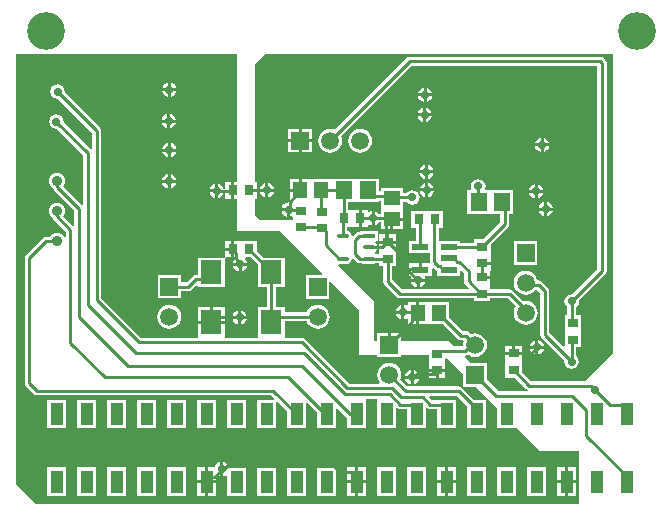
<source format=gbl>
G04*
G04 #@! TF.GenerationSoftware,Altium Limited,Altium Designer,19.0.10 (269)*
G04*
G04 Layer_Physical_Order=2*
G04 Layer_Color=16711680*
%FSLAX25Y25*%
%MOIN*%
G70*
G01*
G75*
%ADD10C,0.01000*%
%ADD15R,0.03150X0.03543*%
%ADD16R,0.03543X0.03150*%
%ADD17R,0.04724X0.05512*%
%ADD19R,0.05512X0.05906*%
%ADD37C,0.05906*%
%ADD38R,0.05906X0.05906*%
%ADD39R,0.05906X0.05906*%
%ADD40C,0.12598*%
%ADD41C,0.02800*%
%ADD42C,0.03500*%
%ADD43R,0.03937X0.01575*%
%ADD44O,0.03937X0.01575*%
%ADD45R,0.05800X0.02200*%
%ADD46R,0.07087X0.07874*%
%ADD47R,0.05512X0.04724*%
%ADD48R,0.04016X0.07480*%
G36*
X423370Y272150D02*
X414169Y262949D01*
X396052D01*
X392952Y266049D01*
Y269095D01*
X392952Y269233D01*
Y269595D01*
X392952Y269733D01*
Y271670D01*
X390180D01*
X387408D01*
Y269733D01*
X387408Y269595D01*
Y269233D01*
X387408Y269095D01*
Y264083D01*
X390592D01*
X394337Y260339D01*
X394798Y260030D01*
X394803Y259994D01*
X394506Y259530D01*
X385400D01*
X381213Y263717D01*
Y268843D01*
X376087D01*
X373881Y271049D01*
X373996Y271328D01*
X374119Y271518D01*
X374669Y271628D01*
X374855Y271753D01*
X375267Y271437D01*
X376228Y271039D01*
X377260Y270903D01*
X378292Y271039D01*
X379253Y271437D01*
X380079Y272071D01*
X380713Y272897D01*
X381111Y273858D01*
X381247Y274890D01*
X381111Y275922D01*
X380713Y276883D01*
X380079Y277709D01*
X379253Y278343D01*
X378292Y278741D01*
X377260Y278877D01*
X376228Y278741D01*
X375764Y278549D01*
X375193Y279120D01*
X374697Y279451D01*
X374111Y279568D01*
X373125D01*
X368625Y284067D01*
Y289416D01*
X362039D01*
X361901Y289416D01*
X361539D01*
X361401Y289416D01*
X358677D01*
Y285660D01*
Y281904D01*
X361401D01*
X361539Y281904D01*
X361901D01*
X362039Y281904D01*
X366463D01*
X371410Y276957D01*
X371906Y276626D01*
X372491Y276509D01*
X373111D01*
X373445Y276009D01*
X373409Y275922D01*
X373273Y274890D01*
X372993Y274570D01*
X370360D01*
X368610Y276320D01*
X352623D01*
Y278963D01*
X349170D01*
Y275010D01*
X348170D01*
Y278963D01*
X344717D01*
Y276320D01*
X343670D01*
Y289450D01*
X331651Y301468D01*
X331898Y301929D01*
X331958Y301917D01*
X334320D01*
X335017Y302056D01*
X335608Y302451D01*
X336003Y303042D01*
X336109Y303571D01*
X336564Y303765D01*
X336619Y303768D01*
X337729Y302658D01*
X338225Y302327D01*
X338810Y302210D01*
X339690D01*
X339921Y302056D01*
X340619Y301917D01*
X342981D01*
X343678Y302056D01*
X343910Y302210D01*
X345413D01*
Y301165D01*
X346655D01*
Y296006D01*
X346771Y295421D01*
X347103Y294924D01*
X351099Y290929D01*
X351595Y290597D01*
X352180Y290481D01*
X376818D01*
Y289435D01*
X382362D01*
Y290481D01*
X388166D01*
X390809Y287838D01*
X390667Y287653D01*
X390269Y286692D01*
X390133Y285660D01*
X390269Y284628D01*
X390667Y283667D01*
X391301Y282841D01*
X392127Y282207D01*
X393088Y281809D01*
X394120Y281673D01*
X395152Y281809D01*
X396113Y282207D01*
X396939Y282841D01*
X397573Y283667D01*
X397971Y284628D01*
X398107Y285660D01*
X397971Y286692D01*
X397573Y287653D01*
X396939Y288479D01*
X396113Y289113D01*
X395152Y289511D01*
X394120Y289647D01*
X393418Y289555D01*
X389881Y293091D01*
X389385Y293423D01*
X388800Y293539D01*
X382362D01*
Y294447D01*
X382362Y294585D01*
X382362D01*
Y294947D01*
X382362D01*
Y297022D01*
X379590D01*
Y298022D01*
X382362D01*
Y299659D01*
X382422D01*
Y301734D01*
X379650D01*
Y302734D01*
X382422D01*
Y304809D01*
X382422D01*
Y305171D01*
X382422D01*
Y308355D01*
X388191Y314124D01*
X388523Y314621D01*
X388639Y315206D01*
Y318527D01*
X390053D01*
Y326433D01*
X382679D01*
X382541Y326433D01*
X382179D01*
X382041Y326433D01*
X380813D01*
X380609Y326815D01*
X380598Y326933D01*
X380777Y327830D01*
X380591Y328766D01*
X380060Y329560D01*
X379266Y330091D01*
X378330Y330277D01*
X377394Y330091D01*
X376600Y329560D01*
X376069Y328766D01*
X375883Y327830D01*
X376062Y326933D01*
X376051Y326815D01*
X375847Y326433D01*
X374667D01*
Y318527D01*
X382041D01*
X382179Y318527D01*
X382541D01*
X382679Y318527D01*
X385581D01*
Y315839D01*
X380062Y310321D01*
X376878D01*
Y309069D01*
X372340D01*
Y309640D01*
X365179D01*
Y314008D01*
X366511D01*
Y319552D01*
X361361D01*
Y319552D01*
X360999D01*
Y319552D01*
X355849D01*
Y314008D01*
X357511D01*
Y309640D01*
X355140D01*
Y305440D01*
X362120D01*
Y302469D01*
X361867Y302160D01*
X359540D01*
Y300060D01*
X359040D01*
Y299560D01*
X355140D01*
Y297960D01*
X355825D01*
X356061Y297519D01*
X355999Y297426D01*
X355912Y296990D01*
X360608D01*
X360521Y297426D01*
X360459Y297519D01*
X360695Y297960D01*
X362940D01*
Y300362D01*
X363402Y300554D01*
X363837Y300118D01*
X364333Y299787D01*
X364540Y299746D01*
Y297960D01*
X372340D01*
Y299465D01*
X372802Y299656D01*
X373610Y298848D01*
Y296263D01*
X373727Y295678D01*
X374058Y295182D01*
X375239Y294001D01*
X375048Y293539D01*
X352814D01*
X349714Y296639D01*
Y301165D01*
X350956D01*
Y306177D01*
X350956Y306315D01*
Y306677D01*
X350956Y306815D01*
Y308752D01*
X348184D01*
X345413D01*
Y306815D01*
X345413Y306677D01*
Y306315D01*
X345413Y306177D01*
Y305269D01*
X343910D01*
X343815Y305332D01*
X343792Y305412D01*
Y305808D01*
X343815Y305888D01*
X344270Y306191D01*
X344665Y306783D01*
X344704Y306980D01*
X341800D01*
Y307980D01*
X344704D01*
X344665Y308177D01*
X344270Y308769D01*
X344024Y308933D01*
X344176Y309433D01*
X344769D01*
Y313008D01*
X342235D01*
X342087Y313037D01*
X341940Y313008D01*
X338831D01*
Y312750D01*
X338650D01*
X338065Y312633D01*
X337569Y312302D01*
X336625Y311357D01*
X336082Y311522D01*
X336003Y311918D01*
X335608Y312509D01*
X335017Y312904D01*
X334668Y312973D01*
Y314398D01*
X335961D01*
X336099Y314398D01*
X336461D01*
X336599Y314398D01*
X338536D01*
Y317170D01*
Y319942D01*
X336599D01*
X336461Y319942D01*
X336099D01*
X335961Y319942D01*
X335053D01*
Y322507D01*
X337181D01*
X337319Y322507D01*
X337681D01*
X337819Y322507D01*
X345193D01*
Y323071D01*
X345824D01*
Y320749D01*
X345824Y320611D01*
Y320249D01*
X345824Y320111D01*
Y318732D01*
X345324Y318581D01*
X345010Y319050D01*
X344216Y319581D01*
X343780Y319668D01*
Y317320D01*
Y314972D01*
X344216Y315059D01*
X345010Y315590D01*
X345324Y316059D01*
X345824Y315908D01*
Y313525D01*
X349080D01*
Y316887D01*
X349580D01*
Y317387D01*
X353336D01*
Y320111D01*
X353336Y320249D01*
Y320611D01*
X353336Y320749D01*
Y322601D01*
X354516D01*
X354650Y322400D01*
X355444Y321869D01*
X356380Y321683D01*
X357316Y321869D01*
X358110Y322400D01*
X358641Y323194D01*
X358827Y324130D01*
X358641Y325066D01*
X358110Y325860D01*
X357316Y326391D01*
X356380Y326577D01*
X355444Y326391D01*
X354650Y325860D01*
X354516Y325659D01*
X353336D01*
Y327336D01*
X345824D01*
Y326129D01*
X345193D01*
Y330413D01*
X337819D01*
X337681Y330413D01*
X337319D01*
X337181Y330413D01*
X329827D01*
X329807Y330413D01*
Y330413D01*
X329392Y330256D01*
X329392Y330256D01*
X322806D01*
X322668Y330256D01*
X322306D01*
X322168Y330256D01*
X319443D01*
Y326500D01*
X318943D01*
Y326000D01*
X315581D01*
Y322961D01*
X315168Y322533D01*
X315150Y322537D01*
X314214Y322351D01*
X313420Y321820D01*
X312889Y321026D01*
X312802Y320590D01*
X315150D01*
Y320090D01*
X315650D01*
Y317742D01*
X316086Y317829D01*
X316197Y317903D01*
X316638Y317668D01*
X316638Y316683D01*
X316145Y316520D01*
X305490D01*
X304080Y317930D01*
Y323688D01*
X304641D01*
Y329232D01*
X304080D01*
Y368025D01*
X303960Y368390D01*
X307400Y371830D01*
X423370D01*
Y272150D01*
D02*
G37*
G36*
X298020Y371820D02*
X298020Y329232D01*
X297054D01*
Y326460D01*
Y323688D01*
X298020D01*
Y312990D01*
X312200Y312990D01*
X326405Y298785D01*
X326214Y298323D01*
X320837D01*
Y290417D01*
X328743D01*
Y295794D01*
X329205Y295985D01*
X338460Y286730D01*
Y271600D01*
X344717D01*
Y271057D01*
X352623D01*
Y271600D01*
X361848D01*
Y269529D01*
X361848Y269391D01*
Y269029D01*
X361848Y268891D01*
Y266954D01*
X367392D01*
Y268891D01*
X367392Y269029D01*
Y269391D01*
X367392Y269529D01*
Y270385D01*
X367854Y270576D01*
X373307Y265123D01*
Y260937D01*
X377493D01*
X384752Y253678D01*
Y247100D01*
X390768D01*
Y247100D01*
X391165Y247265D01*
X398760Y239670D01*
X412000D01*
Y222029D01*
X230933D01*
X224259Y228703D01*
Y371820D01*
X298020Y371820D01*
D02*
G37*
%LPC*%
G36*
X361110Y360708D02*
Y358860D01*
X362958D01*
X362871Y359296D01*
X362340Y360090D01*
X361546Y360621D01*
X361110Y360708D01*
D02*
G37*
G36*
X360110D02*
X359674Y360621D01*
X358880Y360090D01*
X358349Y359296D01*
X358262Y358860D01*
X360110D01*
Y360708D01*
D02*
G37*
G36*
X362958Y357860D02*
X361110D01*
Y356012D01*
X361546Y356099D01*
X362340Y356630D01*
X362871Y357424D01*
X362958Y357860D01*
D02*
G37*
G36*
X360110D02*
X358262D01*
X358349Y357424D01*
X358880Y356630D01*
X359674Y356099D01*
X360110Y356012D01*
Y357860D01*
D02*
G37*
G36*
X360940Y353948D02*
Y352100D01*
X362788D01*
X362701Y352536D01*
X362170Y353330D01*
X361376Y353861D01*
X360940Y353948D01*
D02*
G37*
G36*
X359940D02*
X359504Y353861D01*
X358710Y353330D01*
X358179Y352536D01*
X358092Y352100D01*
X359940D01*
Y353948D01*
D02*
G37*
G36*
X362788Y351100D02*
X360940D01*
Y349252D01*
X361376Y349339D01*
X362170Y349870D01*
X362701Y350664D01*
X362788Y351100D01*
D02*
G37*
G36*
X359940D02*
X358092D01*
X358179Y350664D01*
X358710Y349870D01*
X359504Y349339D01*
X359940Y349252D01*
Y351100D01*
D02*
G37*
G36*
X322913Y347003D02*
X319460D01*
Y343550D01*
X322913D01*
Y347003D01*
D02*
G37*
G36*
X318460D02*
X315007D01*
Y343550D01*
X318460D01*
Y347003D01*
D02*
G37*
G36*
X400090Y344038D02*
Y342190D01*
X401938D01*
X401851Y342626D01*
X401320Y343420D01*
X400526Y343951D01*
X400090Y344038D01*
D02*
G37*
G36*
X399090D02*
X398654Y343951D01*
X397860Y343420D01*
X397329Y342626D01*
X397242Y342190D01*
X399090D01*
Y344038D01*
D02*
G37*
G36*
X401938Y341190D02*
X400090D01*
Y339342D01*
X400526Y339429D01*
X401320Y339960D01*
X401851Y340754D01*
X401938Y341190D01*
D02*
G37*
G36*
X399090D02*
X397242D01*
X397329Y340754D01*
X397860Y339960D01*
X398654Y339429D01*
X399090Y339342D01*
Y341190D01*
D02*
G37*
G36*
X322913Y342550D02*
X319460D01*
Y339097D01*
X322913D01*
Y342550D01*
D02*
G37*
G36*
X318460D02*
X315007D01*
Y339097D01*
X318460D01*
Y342550D01*
D02*
G37*
G36*
X338960Y347037D02*
X337928Y346901D01*
X336967Y346503D01*
X336141Y345869D01*
X335507Y345043D01*
X335109Y344082D01*
X334973Y343050D01*
X335109Y342018D01*
X335507Y341057D01*
X336141Y340231D01*
X336967Y339597D01*
X337928Y339199D01*
X338960Y339063D01*
X339992Y339199D01*
X340953Y339597D01*
X341779Y340231D01*
X342413Y341057D01*
X342811Y342018D01*
X342947Y343050D01*
X342811Y344082D01*
X342413Y345043D01*
X341779Y345869D01*
X340953Y346503D01*
X339992Y346901D01*
X338960Y347037D01*
D02*
G37*
G36*
X361560Y335018D02*
Y333170D01*
X363408D01*
X363321Y333606D01*
X362790Y334400D01*
X361996Y334931D01*
X361560Y335018D01*
D02*
G37*
G36*
X360560D02*
X360124Y334931D01*
X359330Y334400D01*
X358799Y333606D01*
X358712Y333170D01*
X360560D01*
Y335018D01*
D02*
G37*
G36*
X363408Y332170D02*
X361560D01*
Y330322D01*
X361996Y330409D01*
X362790Y330940D01*
X363321Y331734D01*
X363408Y332170D01*
D02*
G37*
G36*
X360560D02*
X358712D01*
X358799Y331734D01*
X359330Y330940D01*
X360124Y330409D01*
X360560Y330322D01*
Y332170D01*
D02*
G37*
G36*
X361660Y329028D02*
Y327180D01*
X363508D01*
X363421Y327616D01*
X362890Y328410D01*
X362096Y328941D01*
X361660Y329028D01*
D02*
G37*
G36*
X360660D02*
X360224Y328941D01*
X359430Y328410D01*
X358899Y327616D01*
X358812Y327180D01*
X360660D01*
Y329028D01*
D02*
G37*
G36*
X308410Y328938D02*
Y327090D01*
X310258D01*
X310171Y327526D01*
X309640Y328320D01*
X308846Y328851D01*
X308410Y328938D01*
D02*
G37*
G36*
X307410D02*
X306974Y328851D01*
X306180Y328320D01*
X305649Y327526D01*
X305562Y327090D01*
X307410D01*
Y328938D01*
D02*
G37*
G36*
X318443Y330256D02*
X315581D01*
Y327000D01*
X318443D01*
Y330256D01*
D02*
G37*
G36*
X398130Y328458D02*
Y326610D01*
X399978D01*
X399891Y327046D01*
X399360Y327840D01*
X398566Y328371D01*
X398130Y328458D01*
D02*
G37*
G36*
X397130D02*
X396694Y328371D01*
X395900Y327840D01*
X395369Y327046D01*
X395282Y326610D01*
X397130D01*
Y328458D01*
D02*
G37*
G36*
X363508Y326180D02*
X361660D01*
Y324332D01*
X362096Y324419D01*
X362890Y324950D01*
X363421Y325744D01*
X363508Y326180D01*
D02*
G37*
G36*
X360660D02*
X358812D01*
X358899Y325744D01*
X359430Y324950D01*
X360224Y324419D01*
X360660Y324332D01*
Y326180D01*
D02*
G37*
G36*
X310258Y326090D02*
X308410D01*
Y324242D01*
X308846Y324329D01*
X309640Y324860D01*
X310171Y325654D01*
X310258Y326090D01*
D02*
G37*
G36*
X307410D02*
X305562D01*
X305649Y325654D01*
X306180Y324860D01*
X306974Y324329D01*
X307410Y324242D01*
Y326090D01*
D02*
G37*
G36*
X399978Y325610D02*
X398130D01*
Y323762D01*
X398566Y323849D01*
X399360Y324380D01*
X399891Y325174D01*
X399978Y325610D01*
D02*
G37*
G36*
X397130D02*
X395282D01*
X395369Y325174D01*
X395900Y324380D01*
X396694Y323849D01*
X397130Y323762D01*
Y325610D01*
D02*
G37*
G36*
X401290Y322518D02*
Y320670D01*
X403138D01*
X403051Y321106D01*
X402520Y321900D01*
X401726Y322431D01*
X401290Y322518D01*
D02*
G37*
G36*
X400290D02*
X399854Y322431D01*
X399060Y321900D01*
X398529Y321106D01*
X398442Y320670D01*
X400290D01*
Y322518D01*
D02*
G37*
G36*
X403138Y319670D02*
X401290D01*
Y317822D01*
X401726Y317909D01*
X402520Y318440D01*
X403051Y319234D01*
X403138Y319670D01*
D02*
G37*
G36*
X400290D02*
X398442D01*
X398529Y319234D01*
X399060Y318440D01*
X399854Y317909D01*
X400290Y317822D01*
Y319670D01*
D02*
G37*
G36*
X314650Y319590D02*
X312802D01*
X312889Y319154D01*
X313420Y318360D01*
X314214Y317829D01*
X314650Y317742D01*
Y319590D01*
D02*
G37*
G36*
X339536Y319942D02*
Y317170D01*
Y314398D01*
X341611D01*
Y315019D01*
X342052Y315254D01*
X342344Y315059D01*
X342780Y314972D01*
Y317320D01*
Y319668D01*
X342344Y319581D01*
X342052Y319386D01*
X341611Y319621D01*
Y319942D01*
X339536D01*
D02*
G37*
G36*
X353336Y316387D02*
X350080D01*
Y313525D01*
X353336D01*
Y316387D01*
D02*
G37*
G36*
X350956Y311826D02*
X348684D01*
Y309752D01*
X350956D01*
Y311826D01*
D02*
G37*
G36*
X347684D02*
X345413D01*
Y309752D01*
X347684D01*
Y311826D01*
D02*
G37*
G36*
X398073Y309613D02*
X390167D01*
Y301707D01*
X398073D01*
Y309613D01*
D02*
G37*
G36*
X358540Y302160D02*
X355140D01*
Y300560D01*
X358540D01*
Y302160D01*
D02*
G37*
G36*
X360608Y295990D02*
X358760D01*
Y294142D01*
X359196Y294229D01*
X359990Y294760D01*
X360521Y295554D01*
X360608Y295990D01*
D02*
G37*
G36*
X357760D02*
X355912D01*
X355999Y295554D01*
X356530Y294760D01*
X357324Y294229D01*
X357760Y294142D01*
Y295990D01*
D02*
G37*
G36*
X419024Y371069D02*
X355450D01*
X354865Y370953D01*
X354369Y370621D01*
X330456Y346709D01*
X329992Y346901D01*
X328960Y347037D01*
X327928Y346901D01*
X326967Y346503D01*
X326141Y345869D01*
X325507Y345043D01*
X325109Y344082D01*
X324973Y343050D01*
X325109Y342018D01*
X325507Y341057D01*
X326141Y340231D01*
X326967Y339597D01*
X327928Y339199D01*
X328960Y339063D01*
X329992Y339199D01*
X330953Y339597D01*
X331779Y340231D01*
X332413Y341057D01*
X332811Y342018D01*
X332947Y343050D01*
X332811Y344082D01*
X332619Y344546D01*
X356083Y368011D01*
X418081D01*
Y300203D01*
X409767Y291890D01*
X409530Y291937D01*
X408594Y291751D01*
X407800Y291220D01*
X407269Y290426D01*
X407083Y289490D01*
X407269Y288554D01*
X407800Y287760D01*
X408001Y287626D01*
Y284832D01*
X407098D01*
Y279820D01*
X407098Y279682D01*
Y279320D01*
X407098Y279182D01*
Y274652D01*
X406599Y274444D01*
X402079Y278963D01*
Y292860D01*
X401963Y293445D01*
X401631Y293941D01*
X399581Y295991D01*
X399085Y296323D01*
X398500Y296440D01*
X398004D01*
X397971Y296692D01*
X397573Y297653D01*
X396939Y298479D01*
X396113Y299113D01*
X395152Y299511D01*
X394120Y299647D01*
X393088Y299511D01*
X392127Y299113D01*
X391301Y298479D01*
X390667Y297653D01*
X390269Y296692D01*
X390133Y295660D01*
X390269Y294628D01*
X390667Y293667D01*
X391301Y292841D01*
X392127Y292207D01*
X393088Y291809D01*
X394120Y291673D01*
X395152Y291809D01*
X396113Y292207D01*
X396939Y292841D01*
X397353Y293381D01*
X397866D01*
X399021Y292227D01*
Y278330D01*
X399137Y277745D01*
X399469Y277249D01*
X407070Y269647D01*
X407023Y269410D01*
X407209Y268474D01*
X407740Y267680D01*
X408534Y267149D01*
X409470Y266963D01*
X410406Y267149D01*
X411200Y267680D01*
X411731Y268474D01*
X411917Y269410D01*
X411731Y270346D01*
X411200Y271140D01*
X410999Y271274D01*
Y274171D01*
X412642D01*
Y279182D01*
X412642Y279320D01*
Y279682D01*
X412642Y279820D01*
Y284832D01*
X411059D01*
Y287626D01*
X411260Y287760D01*
X411791Y288554D01*
X411977Y289490D01*
X411930Y289727D01*
X420691Y298489D01*
X421023Y298985D01*
X421139Y299570D01*
Y368954D01*
X421023Y369539D01*
X420691Y370036D01*
X420106Y370621D01*
X419609Y370953D01*
X419024Y371069D01*
D02*
G37*
G36*
X357677Y289416D02*
X354815D01*
Y288158D01*
X354374Y287922D01*
X354106Y288101D01*
X353670Y288188D01*
Y285840D01*
Y283492D01*
X354106Y283579D01*
X354374Y283758D01*
X354815Y283522D01*
Y281904D01*
X357677D01*
Y285660D01*
Y289416D01*
D02*
G37*
G36*
X352670Y288188D02*
X352234Y288101D01*
X351440Y287570D01*
X350909Y286776D01*
X350822Y286340D01*
X352670D01*
Y288188D01*
D02*
G37*
G36*
Y285340D02*
X350822D01*
X350909Y284904D01*
X351440Y284110D01*
X352234Y283579D01*
X352670Y283492D01*
Y285340D01*
D02*
G37*
G36*
X398380Y276508D02*
Y274660D01*
X400228D01*
X400141Y275096D01*
X399610Y275890D01*
X398816Y276421D01*
X398380Y276508D01*
D02*
G37*
G36*
X397380D02*
X396944Y276421D01*
X396150Y275890D01*
X395619Y275096D01*
X395532Y274660D01*
X397380D01*
Y276508D01*
D02*
G37*
G36*
X392952Y274745D02*
X390680D01*
Y272670D01*
X392952D01*
Y274745D01*
D02*
G37*
G36*
X389680D02*
X387408D01*
Y272670D01*
X389680D01*
Y274745D01*
D02*
G37*
G36*
X400228Y273660D02*
X398380D01*
Y271812D01*
X398816Y271899D01*
X399610Y272430D01*
X400141Y273224D01*
X400228Y273660D01*
D02*
G37*
G36*
X397380D02*
X395532D01*
X395619Y273224D01*
X396150Y272430D01*
X396944Y271899D01*
X397380Y271812D01*
Y273660D01*
D02*
G37*
G36*
X275900Y362388D02*
Y360540D01*
X277748D01*
X277661Y360976D01*
X277130Y361770D01*
X276336Y362301D01*
X275900Y362388D01*
D02*
G37*
G36*
X274900D02*
X274464Y362301D01*
X273670Y361770D01*
X273139Y360976D01*
X273052Y360540D01*
X274900D01*
Y362388D01*
D02*
G37*
G36*
X277748Y359540D02*
X275900D01*
Y357692D01*
X276336Y357779D01*
X277130Y358310D01*
X277661Y359104D01*
X277748Y359540D01*
D02*
G37*
G36*
X274900D02*
X273052D01*
X273139Y359104D01*
X273670Y358310D01*
X274464Y357779D01*
X274900Y357692D01*
Y359540D01*
D02*
G37*
G36*
X275650Y351868D02*
Y350020D01*
X277498D01*
X277411Y350456D01*
X276880Y351250D01*
X276086Y351781D01*
X275650Y351868D01*
D02*
G37*
G36*
X274650D02*
X274214Y351781D01*
X273420Y351250D01*
X272889Y350456D01*
X272802Y350020D01*
X274650D01*
Y351868D01*
D02*
G37*
G36*
X277498Y349020D02*
X275650D01*
Y347172D01*
X276086Y347259D01*
X276880Y347790D01*
X277411Y348584D01*
X277498Y349020D01*
D02*
G37*
G36*
X274650D02*
X272802D01*
X272889Y348584D01*
X273420Y347790D01*
X274214Y347259D01*
X274650Y347172D01*
Y349020D01*
D02*
G37*
G36*
X275900Y342248D02*
Y340400D01*
X277748D01*
X277661Y340836D01*
X277130Y341630D01*
X276336Y342161D01*
X275900Y342248D01*
D02*
G37*
G36*
X274900D02*
X274464Y342161D01*
X273670Y341630D01*
X273139Y340836D01*
X273052Y340400D01*
X274900D01*
Y342248D01*
D02*
G37*
G36*
X238100Y361857D02*
X237164Y361671D01*
X236370Y361140D01*
X235839Y360346D01*
X235653Y359410D01*
X235839Y358474D01*
X236370Y357680D01*
X237164Y357149D01*
X238100Y356963D01*
X238337Y357010D01*
X249661Y345687D01*
Y340339D01*
X249161Y340132D01*
X240120Y349173D01*
X240167Y349410D01*
X239981Y350346D01*
X239450Y351140D01*
X238656Y351671D01*
X237720Y351857D01*
X236784Y351671D01*
X235990Y351140D01*
X235459Y350346D01*
X235273Y349410D01*
X235459Y348474D01*
X235990Y347680D01*
X236784Y347149D01*
X237720Y346963D01*
X237957Y347010D01*
X246711Y338257D01*
Y321699D01*
X246342Y321544D01*
X246211Y321532D01*
X239993Y327750D01*
X240272Y328115D01*
X240549Y328783D01*
X240644Y329501D01*
X240549Y330219D01*
X240272Y330888D01*
X239831Y331463D01*
X239257Y331904D01*
X238588Y332181D01*
X237870Y332275D01*
X237152Y332181D01*
X236483Y331904D01*
X235909Y331463D01*
X235468Y330888D01*
X235191Y330219D01*
X235096Y329501D01*
X235191Y328783D01*
X235468Y328115D01*
X235909Y327540D01*
X236465Y327114D01*
X236789Y326628D01*
X243631Y319787D01*
Y314939D01*
X243131Y314732D01*
X240045Y317818D01*
X240272Y318114D01*
X240549Y318783D01*
X240644Y319501D01*
X240549Y320219D01*
X240272Y320888D01*
X239831Y321463D01*
X239257Y321903D01*
X238588Y322181D01*
X237870Y322275D01*
X237152Y322181D01*
X236483Y321903D01*
X235909Y321463D01*
X235468Y320888D01*
X235191Y320219D01*
X235096Y319501D01*
X235191Y318783D01*
X235468Y318114D01*
X235909Y317540D01*
X236483Y317099D01*
X236581Y317058D01*
X236789Y316748D01*
X240811Y312726D01*
Y310895D01*
X240311Y310795D01*
X240272Y310888D01*
X239831Y311463D01*
X239257Y311904D01*
X238588Y312181D01*
X237870Y312275D01*
X237152Y312181D01*
X236483Y311904D01*
X235909Y311463D01*
X235577Y311031D01*
X234301D01*
X233716Y310914D01*
X233220Y310583D01*
X227659Y305021D01*
X227327Y304525D01*
X227211Y303940D01*
Y262200D01*
X227327Y261615D01*
X227659Y261119D01*
X230169Y258609D01*
X230665Y258277D01*
X231250Y258161D01*
X309277D01*
X310357Y257080D01*
X310150Y256580D01*
X304752D01*
Y247100D01*
X310768D01*
Y255962D01*
X311268Y256169D01*
X314752Y252685D01*
Y247100D01*
X320768D01*
Y255611D01*
X321230Y255803D01*
X324752Y252280D01*
Y247100D01*
X330768D01*
Y253885D01*
X331230Y254077D01*
X334548Y250759D01*
X334752Y250622D01*
Y247100D01*
X340768D01*
Y256528D01*
X340768Y256580D01*
X340894Y257028D01*
X344626D01*
X344752Y256580D01*
X344752D01*
Y247100D01*
X350768D01*
Y253885D01*
X351230Y254077D01*
X351308Y253999D01*
X351804Y253667D01*
X352389Y253551D01*
X354752D01*
Y247100D01*
X360768D01*
Y253885D01*
X361230Y254077D01*
X361308Y253999D01*
X361804Y253667D01*
X362389Y253551D01*
X364752D01*
Y247100D01*
X370768D01*
Y256580D01*
X366400D01*
X366252Y256610D01*
X363023D01*
X362048Y257584D01*
X362239Y258046D01*
X371123D01*
X374752Y254417D01*
Y247100D01*
X380768D01*
Y256580D01*
X376915D01*
X372838Y260657D01*
X372342Y260989D01*
X371757Y261105D01*
X354738D01*
X352329Y263514D01*
X352521Y263978D01*
X352657Y265010D01*
X352521Y266042D01*
X352123Y267003D01*
X351489Y267829D01*
X350663Y268463D01*
X349702Y268861D01*
X348670Y268997D01*
X347638Y268861D01*
X346677Y268463D01*
X345851Y267829D01*
X345217Y267003D01*
X344819Y266042D01*
X344683Y265010D01*
X344819Y263978D01*
X345217Y263017D01*
X345547Y262587D01*
X345301Y262087D01*
X335333D01*
X320548Y276871D01*
X320052Y277203D01*
X319467Y277319D01*
X314322D01*
X313953Y277635D01*
X313953Y277819D01*
Y282841D01*
X321145D01*
X321337Y282377D01*
X321971Y281551D01*
X322797Y280917D01*
X323758Y280519D01*
X324790Y280383D01*
X325822Y280519D01*
X326783Y280917D01*
X327609Y281551D01*
X328243Y282377D01*
X328641Y283338D01*
X328777Y284370D01*
X328641Y285402D01*
X328243Y286363D01*
X327609Y287189D01*
X326783Y287823D01*
X325822Y288221D01*
X324790Y288357D01*
X323758Y288221D01*
X322797Y287823D01*
X321971Y287189D01*
X321337Y286363D01*
X321145Y285899D01*
X313953D01*
Y287509D01*
X310939D01*
Y294171D01*
X313953D01*
Y304045D01*
X306817D01*
X304591Y306271D01*
Y309652D01*
X299441D01*
X299441Y309652D01*
X299079D01*
Y309652D01*
X298941Y309652D01*
X297004D01*
Y306880D01*
Y304108D01*
X297180D01*
X297332Y303608D01*
X297260Y303560D01*
X296729Y302766D01*
X296642Y302330D01*
X301338D01*
X301251Y302766D01*
X300720Y303560D01*
X300648Y303608D01*
X300800Y304108D01*
X302428D01*
X304867Y301670D01*
Y294171D01*
X307881D01*
Y287509D01*
X304867D01*
Y277819D01*
X304867Y277635D01*
X304498Y277319D01*
X294322D01*
X293953Y277635D01*
X293953Y277819D01*
Y282072D01*
X289410D01*
X284867D01*
Y277819D01*
X284867Y277635D01*
X284497Y277319D01*
X265999D01*
X252719Y290599D01*
Y346320D01*
X252603Y346905D01*
X252272Y347401D01*
X240500Y359173D01*
X240547Y359410D01*
X240361Y360346D01*
X239830Y361140D01*
X239036Y361671D01*
X238100Y361857D01*
D02*
G37*
G36*
X277748Y339400D02*
X275900D01*
Y337552D01*
X276336Y337639D01*
X277130Y338170D01*
X277661Y338964D01*
X277748Y339400D01*
D02*
G37*
G36*
X274900D02*
X273052D01*
X273139Y338964D01*
X273670Y338170D01*
X274464Y337639D01*
X274900Y337552D01*
Y339400D01*
D02*
G37*
G36*
X275780Y331858D02*
Y330010D01*
X277628D01*
X277541Y330446D01*
X277010Y331240D01*
X276216Y331771D01*
X275780Y331858D01*
D02*
G37*
G36*
X274780D02*
X274344Y331771D01*
X273550Y331240D01*
X273019Y330446D01*
X272932Y330010D01*
X274780D01*
Y331858D01*
D02*
G37*
G36*
X277628Y329010D02*
X275780D01*
Y327162D01*
X276216Y327249D01*
X277010Y327780D01*
X277541Y328574D01*
X277628Y329010D01*
D02*
G37*
G36*
X274780D02*
X272932D01*
X273019Y328574D01*
X273550Y327780D01*
X274344Y327249D01*
X274780Y327162D01*
Y329010D01*
D02*
G37*
G36*
X296054Y329232D02*
X293979D01*
Y326941D01*
X293479Y326892D01*
X293401Y327286D01*
X292870Y328080D01*
X292076Y328611D01*
X291640Y328698D01*
Y326350D01*
Y324002D01*
X292076Y324089D01*
X292870Y324620D01*
X293401Y325414D01*
X293479Y325808D01*
X293979Y325759D01*
Y323688D01*
X296054D01*
Y326460D01*
Y329232D01*
D02*
G37*
G36*
X290640Y328698D02*
X290204Y328611D01*
X289410Y328080D01*
X288879Y327286D01*
X288792Y326850D01*
X290640D01*
Y328698D01*
D02*
G37*
G36*
Y325850D02*
X288792D01*
X288879Y325414D01*
X289410Y324620D01*
X290204Y324089D01*
X290640Y324002D01*
Y325850D01*
D02*
G37*
G36*
X296004Y309652D02*
X293929D01*
Y307380D01*
X296004D01*
Y309652D01*
D02*
G37*
G36*
X301338Y301330D02*
X299490D01*
Y299482D01*
X299926Y299569D01*
X300720Y300100D01*
X301251Y300894D01*
X301338Y301330D01*
D02*
G37*
G36*
X298490D02*
X296642D01*
X296729Y300894D01*
X297260Y300100D01*
X298054Y299569D01*
X298490Y299482D01*
Y301330D01*
D02*
G37*
G36*
X296004Y306380D02*
X293929D01*
Y304545D01*
X293929Y304108D01*
X293456Y304045D01*
X293453Y304045D01*
X284867D01*
Y298408D01*
X284198D01*
X283613Y298291D01*
X283117Y297960D01*
X281097Y295939D01*
X279333D01*
Y298363D01*
X271427D01*
Y290457D01*
X279333D01*
Y292881D01*
X281730D01*
X282315Y292997D01*
X282811Y293329D01*
X284367Y294884D01*
X284867Y294677D01*
Y294171D01*
X293953D01*
X293953Y303608D01*
X293953Y304045D01*
X294427Y304108D01*
X294429Y304108D01*
X296004D01*
Y306380D01*
D02*
G37*
G36*
X299280Y286468D02*
Y284620D01*
X301128D01*
X301041Y285056D01*
X300510Y285850D01*
X299716Y286381D01*
X299280Y286468D01*
D02*
G37*
G36*
X298280D02*
X297844Y286381D01*
X297050Y285850D01*
X296519Y285056D01*
X296432Y284620D01*
X298280D01*
Y286468D01*
D02*
G37*
G36*
X293953Y287509D02*
X289910D01*
Y283072D01*
X293953D01*
Y287509D01*
D02*
G37*
G36*
X288910D02*
X284867D01*
Y283072D01*
X288910D01*
Y287509D01*
D02*
G37*
G36*
X301128Y283620D02*
X299280D01*
Y281772D01*
X299716Y281859D01*
X300510Y282390D01*
X301041Y283184D01*
X301128Y283620D01*
D02*
G37*
G36*
X298280D02*
X296432D01*
X296519Y283184D01*
X297050Y282390D01*
X297844Y281859D01*
X298280Y281772D01*
Y283620D01*
D02*
G37*
G36*
X275380Y288397D02*
X274348Y288261D01*
X273387Y287863D01*
X272561Y287229D01*
X271927Y286403D01*
X271529Y285442D01*
X271393Y284410D01*
X271529Y283378D01*
X271927Y282417D01*
X272561Y281591D01*
X273387Y280957D01*
X274348Y280559D01*
X275380Y280423D01*
X276412Y280559D01*
X277373Y280957D01*
X278199Y281591D01*
X278833Y282417D01*
X279231Y283378D01*
X279367Y284410D01*
X279231Y285442D01*
X278833Y286403D01*
X278199Y287229D01*
X277373Y287863D01*
X276412Y288261D01*
X275380Y288397D01*
D02*
G37*
G36*
X356770Y266558D02*
Y264710D01*
X358618D01*
X358531Y265146D01*
X358000Y265940D01*
X357206Y266471D01*
X356770Y266558D01*
D02*
G37*
G36*
X355770D02*
X355334Y266471D01*
X354540Y265940D01*
X354009Y265146D01*
X353922Y264710D01*
X355770D01*
Y266558D01*
D02*
G37*
G36*
X367392Y265954D02*
X365120D01*
Y263879D01*
X367392D01*
Y265954D01*
D02*
G37*
G36*
X364120D02*
X361848D01*
Y263879D01*
X364120D01*
Y265954D01*
D02*
G37*
G36*
X358618Y263710D02*
X356770D01*
Y261862D01*
X357206Y261949D01*
X358000Y262480D01*
X358531Y263274D01*
X358618Y263710D01*
D02*
G37*
G36*
X355770D02*
X353922D01*
X354009Y263274D01*
X354540Y262480D01*
X355334Y261949D01*
X355770Y261862D01*
Y263710D01*
D02*
G37*
G36*
X300768Y256580D02*
X294752D01*
Y247100D01*
X300768D01*
Y256580D01*
D02*
G37*
G36*
X290768D02*
X284752D01*
Y247100D01*
X290768D01*
Y256580D01*
D02*
G37*
G36*
X280768D02*
X274752D01*
Y247100D01*
X280768D01*
Y256580D01*
D02*
G37*
G36*
X270768D02*
X264752D01*
Y247100D01*
X270768D01*
Y256580D01*
D02*
G37*
G36*
X260768D02*
X254752D01*
Y247100D01*
X260768D01*
Y256580D01*
D02*
G37*
G36*
X250768D02*
X244752D01*
Y247100D01*
X250768D01*
Y256580D01*
D02*
G37*
G36*
X240768D02*
X234752D01*
Y247100D01*
X240768D01*
Y256580D01*
D02*
G37*
G36*
X292260Y235913D02*
X291824Y235826D01*
X291030Y235295D01*
X290499Y234501D01*
X290427Y234139D01*
X288260D01*
Y229899D01*
X290768D01*
Y231408D01*
X291268Y231676D01*
X291824Y231304D01*
X292260Y231217D01*
Y233565D01*
Y235913D01*
D02*
G37*
G36*
X370768Y234139D02*
X368260D01*
Y229899D01*
X370768D01*
Y234139D01*
D02*
G37*
G36*
X340768D02*
X338260D01*
Y229899D01*
X340768D01*
Y234139D01*
D02*
G37*
G36*
X410768D02*
X408260D01*
Y229899D01*
X410768D01*
Y234139D01*
D02*
G37*
G36*
X407260D02*
X404752D01*
Y229899D01*
X407260D01*
Y234139D01*
D02*
G37*
G36*
X367260D02*
X364752D01*
Y229899D01*
X367260D01*
Y234139D01*
D02*
G37*
G36*
X337260D02*
X334752D01*
Y229899D01*
X337260D01*
Y234139D01*
D02*
G37*
G36*
X287260D02*
X284752D01*
Y229899D01*
X287260D01*
Y234139D01*
D02*
G37*
G36*
X410768Y228899D02*
X408260D01*
Y224659D01*
X410768D01*
Y228899D01*
D02*
G37*
G36*
X407260D02*
X404752D01*
Y224659D01*
X407260D01*
Y228899D01*
D02*
G37*
G36*
X400768Y234139D02*
X394752D01*
Y224659D01*
X400768D01*
Y234139D01*
D02*
G37*
G36*
X390768D02*
X384752D01*
Y224659D01*
X390768D01*
Y234139D01*
D02*
G37*
G36*
X380768D02*
X374752D01*
Y224659D01*
X380768D01*
Y234139D01*
D02*
G37*
G36*
X370768Y228899D02*
X368260D01*
Y224659D01*
X370768D01*
Y228899D01*
D02*
G37*
G36*
X367260D02*
X364752D01*
Y224659D01*
X367260D01*
Y228899D01*
D02*
G37*
G36*
X360768Y234139D02*
X354752D01*
Y224659D01*
X360768D01*
Y234139D01*
D02*
G37*
G36*
X350768D02*
X344752D01*
Y224659D01*
X350768D01*
Y234139D01*
D02*
G37*
G36*
X340768Y228899D02*
X338260D01*
Y224659D01*
X340768D01*
Y228899D01*
D02*
G37*
G36*
X337260D02*
X334752D01*
Y224659D01*
X337260D01*
Y228899D01*
D02*
G37*
G36*
X330768Y234139D02*
X324752D01*
Y224659D01*
X330768D01*
Y234139D01*
D02*
G37*
G36*
X320768D02*
X314752D01*
Y224659D01*
X320768D01*
Y234139D01*
D02*
G37*
G36*
X310768D02*
X304752D01*
Y224659D01*
X310768D01*
Y234139D01*
D02*
G37*
G36*
X293260Y235913D02*
Y233565D01*
Y231217D01*
X293696Y231304D01*
X294252Y231676D01*
X294752Y231408D01*
Y224659D01*
X300768D01*
Y234139D01*
X295093D01*
X295021Y234501D01*
X294490Y235295D01*
X293696Y235826D01*
X293260Y235913D01*
D02*
G37*
G36*
X290768Y228899D02*
X288260D01*
Y224659D01*
X290768D01*
Y228899D01*
D02*
G37*
G36*
X287260D02*
X284752D01*
Y224659D01*
X287260D01*
Y228899D01*
D02*
G37*
G36*
X280768Y234139D02*
X274752D01*
Y224659D01*
X280768D01*
Y234139D01*
D02*
G37*
G36*
X270768D02*
X264752D01*
Y224659D01*
X270768D01*
Y234139D01*
D02*
G37*
G36*
X260768D02*
X254752D01*
Y224659D01*
X260768D01*
Y234139D01*
D02*
G37*
G36*
X250768D02*
X244752D01*
Y224659D01*
X250768D01*
Y234139D01*
D02*
G37*
G36*
X240768D02*
X234752D01*
Y224659D01*
X240768D01*
Y234139D01*
D02*
G37*
%LPD*%
D10*
X333871Y258557D02*
X348912D01*
X320228Y272200D02*
X333871Y258557D01*
X348912D02*
X352389Y255080D01*
X296444Y326350D02*
X296554Y326460D01*
X291140Y326350D02*
X296444D01*
X318960Y326517D02*
Y343050D01*
X318943Y326500D02*
X318960Y326517D01*
X409530Y289490D02*
X419610Y299570D01*
Y368954D01*
X419024Y369540D02*
X419610Y368954D01*
X355450Y369540D02*
X419024D01*
X328960Y343050D02*
X355450Y369540D01*
X302196Y326590D02*
X307910D01*
X302066Y326460D02*
X302196Y326590D01*
X315150Y320090D02*
X315494Y320434D01*
Y322657D01*
X318943Y326106D01*
Y326500D01*
X315150Y320090D02*
X318940D01*
X319410Y319620D01*
X378330Y322573D02*
Y327830D01*
Y322573D02*
X378423Y322480D01*
X319410Y314108D02*
X326006D01*
X331958Y303740D02*
X333139D01*
X327562Y308136D02*
X331958Y303740D01*
X327562Y308136D02*
Y312749D01*
X326487Y313824D02*
X327562Y312749D01*
X326290Y313824D02*
X326487D01*
X326030Y319596D02*
X326290Y319336D01*
X326030Y319596D02*
Y326500D01*
X333523D02*
X333563Y326460D01*
X326030Y326500D02*
X333523D01*
X309410Y299108D02*
Y299501D01*
X306367Y302545D02*
X309410Y299501D01*
X306154Y302545D02*
X306367D01*
X302016Y306683D02*
X306154Y302545D01*
X302016Y306683D02*
Y306880D01*
X309410Y282572D02*
Y299108D01*
X311208Y284370D02*
X324790D01*
X309410Y282572D02*
X311208Y284370D01*
X290958Y284120D02*
X298780D01*
X289410Y282572D02*
X290958Y284120D01*
X296307Y306880D02*
X297579Y305608D01*
X298990Y301830D02*
Y302317D01*
X297579Y303728D02*
X298990Y302317D01*
X297579Y303728D02*
Y305608D01*
X296250Y306880D02*
X296307D01*
X265366Y275790D02*
X319467D01*
X334700Y260557D01*
X251190Y289966D02*
X265366Y275790D01*
X287180Y296878D02*
X289410Y299108D01*
X284198Y296878D02*
X287180D01*
X281730Y294410D02*
X284198Y296878D01*
X301106Y306450D02*
X301184D01*
X275380Y294410D02*
X281730D01*
X356270Y264210D02*
X356757D01*
X357926Y265379D01*
X363545D01*
X371757Y259576D02*
X377760Y253572D01*
X354104Y259576D02*
X371757D01*
X377760Y251840D02*
Y253572D01*
X352389Y255080D02*
X356252D01*
X357760Y253572D01*
X362389Y255080D02*
X366252D01*
X359894Y257576D02*
X362389Y255080D01*
X366252D02*
X367760Y253572D01*
X315086Y264110D02*
X327771Y251425D01*
X253880Y264110D02*
X315086D01*
X327562Y251673D02*
X327771Y251425D01*
X242340Y275650D02*
X253880Y264110D01*
X261450Y267960D02*
X319509D01*
X245160Y284250D02*
X261450Y267960D01*
X319509D02*
X335629Y251840D01*
X337760D01*
X264216Y272200D02*
X320228D01*
X248240Y288176D02*
X264216Y272200D01*
X248240Y288176D02*
Y338890D01*
X334700Y260557D02*
X349741D01*
X352722Y257576D01*
X231250Y259690D02*
X309910D01*
X228740Y262200D02*
X231250Y259690D01*
X309910D02*
X317760Y251840D01*
X416049Y261420D02*
X422389Y255080D01*
X353686Y301064D02*
X358260Y296490D01*
X347706Y310241D02*
Y317170D01*
X348184Y309252D02*
X348381D01*
X347987D02*
X348184D01*
X353170Y285840D02*
X357997D01*
X358177Y285660D01*
X353686Y301064D02*
Y303947D01*
X348381Y309252D02*
X353686Y303947D01*
X293442Y233565D02*
X294516Y234639D01*
X292760Y233565D02*
X293442D01*
X292760Y233370D02*
Y233565D01*
X290189Y230799D02*
X292760Y233370D01*
X294516Y234639D02*
X330389D01*
X332389Y232639D01*
X336252D01*
X337760Y231131D01*
Y229399D02*
Y231131D01*
X287760Y229399D02*
X289160Y230799D01*
X290189D01*
X324475Y284055D02*
X324790Y284370D01*
X238100Y359410D02*
X251190Y346320D01*
Y289966D02*
Y346320D01*
X237720Y349410D02*
X248240Y338890D01*
X237870Y327710D02*
X245160Y320420D01*
Y284250D02*
Y320420D01*
X242340Y275650D02*
Y313360D01*
X352722Y257576D02*
X359894D01*
X367760Y251840D02*
Y253572D01*
X357760Y251840D02*
Y253572D01*
X237870Y327710D02*
Y329501D01*
Y317830D02*
X242340Y313360D01*
X237870Y317830D02*
Y319501D01*
X228740Y303940D02*
X234301Y309501D01*
X341347Y324600D02*
X349580D01*
X349737Y324130D02*
X356380D01*
X349580Y323973D02*
X349737Y324130D01*
X396060Y272170D02*
X398255Y274365D01*
X339036Y317170D02*
X347706D01*
X363650Y302469D02*
Y316780D01*
X359040Y307540D02*
Y315170D01*
X358550Y315660D02*
X359040Y315170D01*
X352180Y292010D02*
X379393D01*
X348184Y296006D02*
X352180Y292010D01*
X348184Y296006D02*
Y303740D01*
X379393Y292010D02*
X379590D01*
Y297522D02*
X379650Y297582D01*
Y302234D01*
X380922Y309018D02*
X387110Y315206D01*
X380922Y308821D02*
Y309018D01*
X379847Y307746D02*
X380922Y308821D01*
X379650Y307746D02*
X379847D01*
X387110Y315206D02*
Y322090D01*
X379444Y307540D02*
X379650Y307746D01*
X368440Y307540D02*
X379444D01*
X363650Y302469D02*
X364919Y301200D01*
X365500D01*
X366640Y300060D01*
X368440D01*
X375140Y296263D02*
X379393Y292010D01*
X375140Y296263D02*
Y299481D01*
X371961Y302660D02*
X375140Y299481D01*
X371380Y302660D02*
X371961D01*
X370240Y303800D02*
X371380Y302660D01*
X368440Y303800D02*
X370240D01*
X379590Y292010D02*
X388800D01*
X394120Y286690D01*
Y285660D02*
Y286690D01*
X356314Y282655D02*
Y283798D01*
X348670Y275010D02*
X356314Y282655D01*
X400550Y278330D02*
Y292860D01*
X398500Y294910D02*
X400550Y292860D01*
X394870Y294910D02*
X398500D01*
X400550Y278330D02*
X409470Y269410D01*
X394120Y295660D02*
X394870Y294910D01*
X409470Y269410D02*
Y276345D01*
X409870Y276745D01*
X409530Y282597D02*
Y289490D01*
Y282597D02*
X409870Y282257D01*
X395418Y261420D02*
X416049D01*
X390180Y266658D02*
X395418Y261420D01*
X356314Y283798D02*
X358177Y285660D01*
X372491Y278039D02*
X374111D01*
X365263Y285266D02*
X372491Y278039D01*
X365263Y285266D02*
Y285660D01*
X374111Y278039D02*
X377260Y274890D01*
X375933D02*
X377260D01*
X374083Y273041D02*
X375933Y274890D01*
X365695Y273041D02*
X374083D01*
X364620Y271966D02*
X365695Y273041D01*
X363545D02*
X364620Y271966D01*
X348670Y265010D02*
X354104Y259576D01*
X363545Y265379D02*
X364620Y266454D01*
X377420Y264910D02*
X384390Y257940D01*
X409529D01*
X422389Y255080D02*
X426252D01*
X427760Y253572D01*
Y251840D02*
Y253572D01*
X390180Y272170D02*
X396060D01*
X409529Y257940D02*
X414252Y253217D01*
Y244639D02*
Y253217D01*
Y244639D02*
X427760Y231131D01*
Y229399D02*
Y231131D01*
X341287Y324660D02*
X341347Y324600D01*
X341800Y311220D02*
X342087Y311508D01*
X333139Y316785D02*
X333524Y317170D01*
X333139Y311220D02*
Y316785D01*
X333524Y317170D02*
Y324549D01*
X333413Y324660D02*
X333524Y324549D01*
X338650Y311220D02*
X341800D01*
X337390Y309960D02*
X338650Y311220D01*
X337390Y305160D02*
Y309960D01*
Y305160D02*
X338810Y303740D01*
X341800D01*
X346216Y307480D02*
X347987Y309252D01*
X341800Y307480D02*
X346216D01*
X341800Y303740D02*
X348184D01*
X326006Y314108D02*
X326290Y313824D01*
X333099Y311181D02*
X333139Y311220D01*
X228740Y262200D02*
Y303940D01*
X234301Y309501D02*
X237870D01*
X316252Y255080D02*
X317760Y253572D01*
Y251840D02*
Y253572D01*
D15*
X302016Y306880D02*
D03*
X296504D02*
D03*
X296554Y326460D02*
D03*
X302066D02*
D03*
X363936Y316780D02*
D03*
X358424D02*
D03*
X339036Y317170D02*
D03*
X333524D02*
D03*
D16*
X364620Y271966D02*
D03*
Y266454D02*
D03*
X390180Y266658D02*
D03*
Y272170D02*
D03*
X348184Y303740D02*
D03*
Y309252D02*
D03*
X319410Y314108D02*
D03*
Y319620D02*
D03*
X326290Y313824D02*
D03*
Y319336D02*
D03*
X379590Y292010D02*
D03*
Y297522D02*
D03*
X379650Y307746D02*
D03*
Y302234D02*
D03*
X409870Y282257D02*
D03*
Y276745D02*
D03*
D17*
X358177Y285660D02*
D03*
X365263D02*
D03*
X318943Y326500D02*
D03*
X326030D02*
D03*
D19*
X386297Y322480D02*
D03*
X378423D02*
D03*
X341437Y326460D02*
D03*
X333563D02*
D03*
D37*
X377260Y274890D02*
D03*
X348670Y265010D02*
D03*
X324790Y284370D02*
D03*
X275380Y284410D02*
D03*
X338960Y343050D02*
D03*
X328960D02*
D03*
X394120Y285660D02*
D03*
Y295660D02*
D03*
D38*
X377260Y264890D02*
D03*
X348670Y275010D02*
D03*
X324790Y294370D02*
D03*
X275380Y294410D02*
D03*
X394120Y305660D02*
D03*
D39*
X318960Y343050D02*
D03*
D40*
X234420Y379650D02*
D03*
X431340D02*
D03*
D41*
X291140Y326350D02*
D03*
X275400Y360040D02*
D03*
X275150Y349520D02*
D03*
X275400Y339900D02*
D03*
X275280Y329510D02*
D03*
X318960Y343050D02*
D03*
X361160Y326680D02*
D03*
X397630Y326110D02*
D03*
X399590Y341690D02*
D03*
X400790Y320170D02*
D03*
X307910Y326590D02*
D03*
X315150Y320090D02*
D03*
X343280Y317320D02*
D03*
X361060Y332670D02*
D03*
X360440Y351600D02*
D03*
X360610Y358360D02*
D03*
X378330Y327830D02*
D03*
X298780Y284120D02*
D03*
X298990Y301830D02*
D03*
X356270Y264210D02*
D03*
X353170Y285840D02*
D03*
X358260Y296490D02*
D03*
X407760Y229399D02*
D03*
X367760D02*
D03*
X337760D02*
D03*
X292760Y233565D02*
D03*
X317800Y229550D02*
D03*
X397660Y251720D02*
D03*
X237720Y349410D02*
D03*
X238100Y359410D02*
D03*
X356380Y324130D02*
D03*
X409470Y269410D02*
D03*
X409530Y289490D02*
D03*
X397880Y274160D02*
D03*
X417420Y259920D02*
D03*
D42*
X237870Y329501D02*
D03*
Y309501D02*
D03*
Y319501D02*
D03*
D43*
X341800Y311220D02*
D03*
D44*
Y307480D02*
D03*
Y303740D02*
D03*
X333139Y311220D02*
D03*
Y303740D02*
D03*
D45*
X359040Y307540D02*
D03*
Y300060D02*
D03*
X368440D02*
D03*
Y303800D02*
D03*
Y307540D02*
D03*
D46*
X309410Y282572D02*
D03*
X289410D02*
D03*
Y299108D02*
D03*
X309410D02*
D03*
D47*
X349580Y323973D02*
D03*
Y316887D02*
D03*
D48*
X237760Y229399D02*
D03*
Y251840D02*
D03*
X247760Y229399D02*
D03*
Y251840D02*
D03*
X257760Y229399D02*
D03*
Y251840D02*
D03*
X267760Y229399D02*
D03*
Y251840D02*
D03*
X277760Y229399D02*
D03*
Y251840D02*
D03*
X287760Y229399D02*
D03*
Y251840D02*
D03*
X297760Y229399D02*
D03*
Y251840D02*
D03*
X307760Y229399D02*
D03*
Y251840D02*
D03*
X317760Y229399D02*
D03*
Y251840D02*
D03*
X327760Y229399D02*
D03*
Y251840D02*
D03*
X337760Y229399D02*
D03*
Y251840D02*
D03*
X347760Y229399D02*
D03*
Y251840D02*
D03*
X357760Y229399D02*
D03*
Y251840D02*
D03*
X367760Y229399D02*
D03*
Y251840D02*
D03*
X377760Y229399D02*
D03*
Y251840D02*
D03*
X387760Y229399D02*
D03*
Y251840D02*
D03*
X397760Y229399D02*
D03*
Y251840D02*
D03*
X407760Y229399D02*
D03*
Y251840D02*
D03*
X427760D02*
D03*
Y229399D02*
D03*
X417760Y251840D02*
D03*
Y229399D02*
D03*
M02*

</source>
